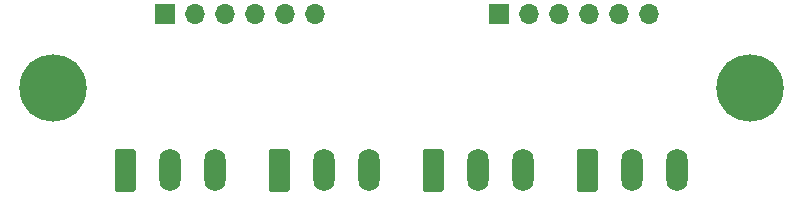
<source format=gbr>
G04 #@! TF.GenerationSoftware,KiCad,Pcbnew,(5.1.5)-3*
G04 #@! TF.CreationDate,2020-03-16T11:49:10-04:00*
G04 #@! TF.ProjectId,Step_Direction_Board,53746570-5f44-4697-9265-6374696f6e5f,rev?*
G04 #@! TF.SameCoordinates,PX7270e00PY78a3ca0*
G04 #@! TF.FileFunction,Copper,L1,Top*
G04 #@! TF.FilePolarity,Positive*
%FSLAX46Y46*%
G04 Gerber Fmt 4.6, Leading zero omitted, Abs format (unit mm)*
G04 Created by KiCad (PCBNEW (5.1.5)-3) date 2020-03-16 11:49:10*
%MOMM*%
%LPD*%
G04 APERTURE LIST*
%ADD10O,1.700000X1.700000*%
%ADD11R,1.700000X1.700000*%
%ADD12O,1.800000X3.600000*%
%ADD13C,0.100000*%
%ADD14C,5.700000*%
G04 APERTURE END LIST*
D10*
X25200000Y17250000D03*
X22660000Y17250000D03*
X20120000Y17250000D03*
X17580000Y17250000D03*
X15040000Y17250000D03*
D11*
X12500000Y17250000D03*
D10*
X53450000Y17250000D03*
X50910000Y17250000D03*
X48370000Y17250000D03*
X45830000Y17250000D03*
X43290000Y17250000D03*
D11*
X40750000Y17250000D03*
D12*
X42831055Y4036653D03*
X39021055Y4036653D03*
G04 #@! TA.AperFunction,ComponentPad*
D13*
G36*
X35885559Y5835449D02*
G01*
X35909828Y5831849D01*
X35933626Y5825888D01*
X35956726Y5817623D01*
X35978904Y5807133D01*
X35999948Y5794520D01*
X36019653Y5779906D01*
X36037832Y5763430D01*
X36054308Y5745251D01*
X36068922Y5725546D01*
X36081535Y5704502D01*
X36092025Y5682324D01*
X36100290Y5659224D01*
X36106251Y5635426D01*
X36109851Y5611157D01*
X36111055Y5586653D01*
X36111055Y2486653D01*
X36109851Y2462149D01*
X36106251Y2437880D01*
X36100290Y2414082D01*
X36092025Y2390982D01*
X36081535Y2368804D01*
X36068922Y2347760D01*
X36054308Y2328055D01*
X36037832Y2309876D01*
X36019653Y2293400D01*
X35999948Y2278786D01*
X35978904Y2266173D01*
X35956726Y2255683D01*
X35933626Y2247418D01*
X35909828Y2241457D01*
X35885559Y2237857D01*
X35861055Y2236653D01*
X34561055Y2236653D01*
X34536551Y2237857D01*
X34512282Y2241457D01*
X34488484Y2247418D01*
X34465384Y2255683D01*
X34443206Y2266173D01*
X34422162Y2278786D01*
X34402457Y2293400D01*
X34384278Y2309876D01*
X34367802Y2328055D01*
X34353188Y2347760D01*
X34340575Y2368804D01*
X34330085Y2390982D01*
X34321820Y2414082D01*
X34315859Y2437880D01*
X34312259Y2462149D01*
X34311055Y2486653D01*
X34311055Y5586653D01*
X34312259Y5611157D01*
X34315859Y5635426D01*
X34321820Y5659224D01*
X34330085Y5682324D01*
X34340575Y5704502D01*
X34353188Y5725546D01*
X34367802Y5745251D01*
X34384278Y5763430D01*
X34402457Y5779906D01*
X34422162Y5794520D01*
X34443206Y5807133D01*
X34465384Y5817623D01*
X34488484Y5825888D01*
X34512282Y5831849D01*
X34536551Y5835449D01*
X34561055Y5836653D01*
X35861055Y5836653D01*
X35885559Y5835449D01*
G37*
G04 #@! TD.AperFunction*
D12*
X55871055Y4036653D03*
X52061055Y4036653D03*
G04 #@! TA.AperFunction,ComponentPad*
D13*
G36*
X48925559Y5835449D02*
G01*
X48949828Y5831849D01*
X48973626Y5825888D01*
X48996726Y5817623D01*
X49018904Y5807133D01*
X49039948Y5794520D01*
X49059653Y5779906D01*
X49077832Y5763430D01*
X49094308Y5745251D01*
X49108922Y5725546D01*
X49121535Y5704502D01*
X49132025Y5682324D01*
X49140290Y5659224D01*
X49146251Y5635426D01*
X49149851Y5611157D01*
X49151055Y5586653D01*
X49151055Y2486653D01*
X49149851Y2462149D01*
X49146251Y2437880D01*
X49140290Y2414082D01*
X49132025Y2390982D01*
X49121535Y2368804D01*
X49108922Y2347760D01*
X49094308Y2328055D01*
X49077832Y2309876D01*
X49059653Y2293400D01*
X49039948Y2278786D01*
X49018904Y2266173D01*
X48996726Y2255683D01*
X48973626Y2247418D01*
X48949828Y2241457D01*
X48925559Y2237857D01*
X48901055Y2236653D01*
X47601055Y2236653D01*
X47576551Y2237857D01*
X47552282Y2241457D01*
X47528484Y2247418D01*
X47505384Y2255683D01*
X47483206Y2266173D01*
X47462162Y2278786D01*
X47442457Y2293400D01*
X47424278Y2309876D01*
X47407802Y2328055D01*
X47393188Y2347760D01*
X47380575Y2368804D01*
X47370085Y2390982D01*
X47361820Y2414082D01*
X47355859Y2437880D01*
X47352259Y2462149D01*
X47351055Y2486653D01*
X47351055Y5586653D01*
X47352259Y5611157D01*
X47355859Y5635426D01*
X47361820Y5659224D01*
X47370085Y5682324D01*
X47380575Y5704502D01*
X47393188Y5725546D01*
X47407802Y5745251D01*
X47424278Y5763430D01*
X47442457Y5779906D01*
X47462162Y5794520D01*
X47483206Y5807133D01*
X47505384Y5817623D01*
X47528484Y5825888D01*
X47552282Y5831849D01*
X47576551Y5835449D01*
X47601055Y5836653D01*
X48901055Y5836653D01*
X48925559Y5835449D01*
G37*
G04 #@! TD.AperFunction*
D12*
X29791055Y4036653D03*
X25981055Y4036653D03*
G04 #@! TA.AperFunction,ComponentPad*
D13*
G36*
X22845559Y5835449D02*
G01*
X22869828Y5831849D01*
X22893626Y5825888D01*
X22916726Y5817623D01*
X22938904Y5807133D01*
X22959948Y5794520D01*
X22979653Y5779906D01*
X22997832Y5763430D01*
X23014308Y5745251D01*
X23028922Y5725546D01*
X23041535Y5704502D01*
X23052025Y5682324D01*
X23060290Y5659224D01*
X23066251Y5635426D01*
X23069851Y5611157D01*
X23071055Y5586653D01*
X23071055Y2486653D01*
X23069851Y2462149D01*
X23066251Y2437880D01*
X23060290Y2414082D01*
X23052025Y2390982D01*
X23041535Y2368804D01*
X23028922Y2347760D01*
X23014308Y2328055D01*
X22997832Y2309876D01*
X22979653Y2293400D01*
X22959948Y2278786D01*
X22938904Y2266173D01*
X22916726Y2255683D01*
X22893626Y2247418D01*
X22869828Y2241457D01*
X22845559Y2237857D01*
X22821055Y2236653D01*
X21521055Y2236653D01*
X21496551Y2237857D01*
X21472282Y2241457D01*
X21448484Y2247418D01*
X21425384Y2255683D01*
X21403206Y2266173D01*
X21382162Y2278786D01*
X21362457Y2293400D01*
X21344278Y2309876D01*
X21327802Y2328055D01*
X21313188Y2347760D01*
X21300575Y2368804D01*
X21290085Y2390982D01*
X21281820Y2414082D01*
X21275859Y2437880D01*
X21272259Y2462149D01*
X21271055Y2486653D01*
X21271055Y5586653D01*
X21272259Y5611157D01*
X21275859Y5635426D01*
X21281820Y5659224D01*
X21290085Y5682324D01*
X21300575Y5704502D01*
X21313188Y5725546D01*
X21327802Y5745251D01*
X21344278Y5763430D01*
X21362457Y5779906D01*
X21382162Y5794520D01*
X21403206Y5807133D01*
X21425384Y5817623D01*
X21448484Y5825888D01*
X21472282Y5831849D01*
X21496551Y5835449D01*
X21521055Y5836653D01*
X22821055Y5836653D01*
X22845559Y5835449D01*
G37*
G04 #@! TD.AperFunction*
D12*
X16751055Y4036653D03*
X12941055Y4036653D03*
G04 #@! TA.AperFunction,ComponentPad*
D13*
G36*
X9805559Y5835449D02*
G01*
X9829828Y5831849D01*
X9853626Y5825888D01*
X9876726Y5817623D01*
X9898904Y5807133D01*
X9919948Y5794520D01*
X9939653Y5779906D01*
X9957832Y5763430D01*
X9974308Y5745251D01*
X9988922Y5725546D01*
X10001535Y5704502D01*
X10012025Y5682324D01*
X10020290Y5659224D01*
X10026251Y5635426D01*
X10029851Y5611157D01*
X10031055Y5586653D01*
X10031055Y2486653D01*
X10029851Y2462149D01*
X10026251Y2437880D01*
X10020290Y2414082D01*
X10012025Y2390982D01*
X10001535Y2368804D01*
X9988922Y2347760D01*
X9974308Y2328055D01*
X9957832Y2309876D01*
X9939653Y2293400D01*
X9919948Y2278786D01*
X9898904Y2266173D01*
X9876726Y2255683D01*
X9853626Y2247418D01*
X9829828Y2241457D01*
X9805559Y2237857D01*
X9781055Y2236653D01*
X8481055Y2236653D01*
X8456551Y2237857D01*
X8432282Y2241457D01*
X8408484Y2247418D01*
X8385384Y2255683D01*
X8363206Y2266173D01*
X8342162Y2278786D01*
X8322457Y2293400D01*
X8304278Y2309876D01*
X8287802Y2328055D01*
X8273188Y2347760D01*
X8260575Y2368804D01*
X8250085Y2390982D01*
X8241820Y2414082D01*
X8235859Y2437880D01*
X8232259Y2462149D01*
X8231055Y2486653D01*
X8231055Y5586653D01*
X8232259Y5611157D01*
X8235859Y5635426D01*
X8241820Y5659224D01*
X8250085Y5682324D01*
X8260575Y5704502D01*
X8273188Y5725546D01*
X8287802Y5745251D01*
X8304278Y5763430D01*
X8322457Y5779906D01*
X8342162Y5794520D01*
X8363206Y5807133D01*
X8385384Y5817623D01*
X8408484Y5825888D01*
X8432282Y5831849D01*
X8456551Y5835449D01*
X8481055Y5836653D01*
X9781055Y5836653D01*
X9805559Y5835449D01*
G37*
G04 #@! TD.AperFunction*
D14*
X62000000Y11000000D03*
X3000000Y11000000D03*
M02*

</source>
